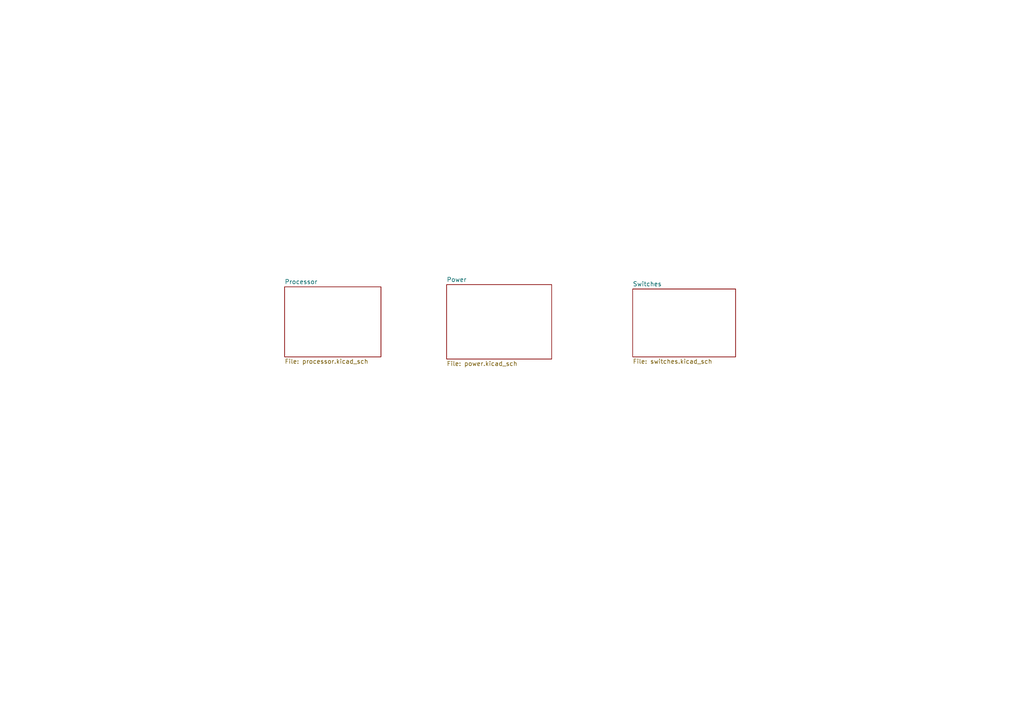
<source format=kicad_sch>
(kicad_sch
	(version 20231120)
	(generator "eeschema")
	(generator_version "8.0")
	(uuid "eb0a7a47-dd7a-4a84-9796-f2d6b72a167c")
	(paper "A4")
	(title_block
		(title "DevKeyboard")
		(date "2024-07-13")
		(rev "1.0")
		(company "WM")
	)
	(lib_symbols)
	(sheet
		(at 82.55 83.185)
		(size 27.94 20.32)
		(fields_autoplaced yes)
		(stroke
			(width 0.1524)
			(type solid)
		)
		(fill
			(color 0 0 0 0.0000)
		)
		(uuid "31a5450b-79a3-4acf-b17c-5b6f6a7818fa")
		(property "Sheetname" "Processor"
			(at 82.55 82.4734 0)
			(effects
				(font
					(size 1.27 1.27)
				)
				(justify left bottom)
			)
		)
		(property "Sheetfile" "processor.kicad_sch"
			(at 82.55 104.0896 0)
			(effects
				(font
					(size 1.27 1.27)
				)
				(justify left top)
			)
		)
		(instances
			(project "DevKeyboard"
				(path "/eb0a7a47-dd7a-4a84-9796-f2d6b72a167c"
					(page "3")
				)
			)
		)
	)
	(sheet
		(at 129.54 82.55)
		(size 30.48 21.59)
		(fields_autoplaced yes)
		(stroke
			(width 0.1524)
			(type solid)
		)
		(fill
			(color 0 0 0 0.0000)
		)
		(uuid "4f93f59a-891c-4eb6-8585-e0dc7acc49ac")
		(property "Sheetname" "Power"
			(at 129.54 81.8384 0)
			(effects
				(font
					(size 1.27 1.27)
				)
				(justify left bottom)
			)
		)
		(property "Sheetfile" "power.kicad_sch"
			(at 129.54 104.7246 0)
			(effects
				(font
					(size 1.27 1.27)
				)
				(justify left top)
			)
		)
		(instances
			(project "DevKeyboard"
				(path "/eb0a7a47-dd7a-4a84-9796-f2d6b72a167c"
					(page "4")
				)
			)
		)
	)
	(sheet
		(at 183.515 83.82)
		(size 29.845 19.685)
		(fields_autoplaced yes)
		(stroke
			(width 0.1524)
			(type solid)
		)
		(fill
			(color 0 0 0 0.0000)
		)
		(uuid "c371fbbb-5a42-46f2-b0f9-aba941ff418c")
		(property "Sheetname" "Switches"
			(at 183.515 83.1084 0)
			(effects
				(font
					(size 1.27 1.27)
				)
				(justify left bottom)
			)
		)
		(property "Sheetfile" "switches.kicad_sch"
			(at 183.515 104.0896 0)
			(effects
				(font
					(size 1.27 1.27)
				)
				(justify left top)
			)
		)
		(instances
			(project "DevKeyboard"
				(path "/eb0a7a47-dd7a-4a84-9796-f2d6b72a167c"
					(page "2")
				)
			)
		)
	)
	(sheet_instances
		(path "/"
			(page "1")
		)
	)
)

</source>
